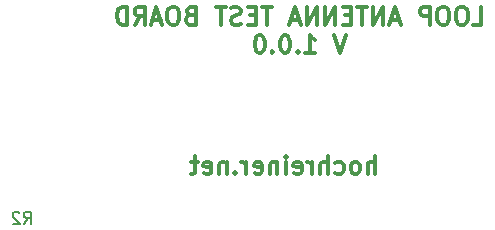
<source format=gbo>
G04 #@! TF.FileFunction,Legend,Bot*
%FSLAX46Y46*%
G04 Gerber Fmt 4.6, Leading zero omitted, Abs format (unit mm)*
G04 Created by KiCad (PCBNEW 4.0.2-1.fc23-product) date Sun May  8 20:09:54 2016*
%MOMM*%
G01*
G04 APERTURE LIST*
%ADD10C,0.100000*%
%ADD11C,0.300000*%
%ADD12C,0.150000*%
G04 APERTURE END LIST*
D10*
D11*
X173428571Y-113778571D02*
X174142857Y-113778571D01*
X174142857Y-112278571D01*
X172642857Y-112278571D02*
X172357143Y-112278571D01*
X172214285Y-112350000D01*
X172071428Y-112492857D01*
X172000000Y-112778571D01*
X172000000Y-113278571D01*
X172071428Y-113564286D01*
X172214285Y-113707143D01*
X172357143Y-113778571D01*
X172642857Y-113778571D01*
X172785714Y-113707143D01*
X172928571Y-113564286D01*
X173000000Y-113278571D01*
X173000000Y-112778571D01*
X172928571Y-112492857D01*
X172785714Y-112350000D01*
X172642857Y-112278571D01*
X171071428Y-112278571D02*
X170785714Y-112278571D01*
X170642856Y-112350000D01*
X170499999Y-112492857D01*
X170428571Y-112778571D01*
X170428571Y-113278571D01*
X170499999Y-113564286D01*
X170642856Y-113707143D01*
X170785714Y-113778571D01*
X171071428Y-113778571D01*
X171214285Y-113707143D01*
X171357142Y-113564286D01*
X171428571Y-113278571D01*
X171428571Y-112778571D01*
X171357142Y-112492857D01*
X171214285Y-112350000D01*
X171071428Y-112278571D01*
X169785713Y-113778571D02*
X169785713Y-112278571D01*
X169214285Y-112278571D01*
X169071427Y-112350000D01*
X168999999Y-112421429D01*
X168928570Y-112564286D01*
X168928570Y-112778571D01*
X168999999Y-112921429D01*
X169071427Y-112992857D01*
X169214285Y-113064286D01*
X169785713Y-113064286D01*
X167214285Y-113350000D02*
X166499999Y-113350000D01*
X167357142Y-113778571D02*
X166857142Y-112278571D01*
X166357142Y-113778571D01*
X165857142Y-113778571D02*
X165857142Y-112278571D01*
X164999999Y-113778571D01*
X164999999Y-112278571D01*
X164499999Y-112278571D02*
X163642856Y-112278571D01*
X164071427Y-113778571D02*
X164071427Y-112278571D01*
X163142856Y-112992857D02*
X162642856Y-112992857D01*
X162428570Y-113778571D02*
X163142856Y-113778571D01*
X163142856Y-112278571D01*
X162428570Y-112278571D01*
X161785713Y-113778571D02*
X161785713Y-112278571D01*
X160928570Y-113778571D01*
X160928570Y-112278571D01*
X160214284Y-113778571D02*
X160214284Y-112278571D01*
X159357141Y-113778571D01*
X159357141Y-112278571D01*
X158714284Y-113350000D02*
X157999998Y-113350000D01*
X158857141Y-113778571D02*
X158357141Y-112278571D01*
X157857141Y-113778571D01*
X156428570Y-112278571D02*
X155571427Y-112278571D01*
X155999998Y-113778571D02*
X155999998Y-112278571D01*
X155071427Y-112992857D02*
X154571427Y-112992857D01*
X154357141Y-113778571D02*
X155071427Y-113778571D01*
X155071427Y-112278571D01*
X154357141Y-112278571D01*
X153785713Y-113707143D02*
X153571427Y-113778571D01*
X153214284Y-113778571D01*
X153071427Y-113707143D01*
X152999998Y-113635714D01*
X152928570Y-113492857D01*
X152928570Y-113350000D01*
X152999998Y-113207143D01*
X153071427Y-113135714D01*
X153214284Y-113064286D01*
X153499998Y-112992857D01*
X153642856Y-112921429D01*
X153714284Y-112850000D01*
X153785713Y-112707143D01*
X153785713Y-112564286D01*
X153714284Y-112421429D01*
X153642856Y-112350000D01*
X153499998Y-112278571D01*
X153142856Y-112278571D01*
X152928570Y-112350000D01*
X152499999Y-112278571D02*
X151642856Y-112278571D01*
X152071427Y-113778571D02*
X152071427Y-112278571D01*
X149499999Y-112992857D02*
X149285713Y-113064286D01*
X149214285Y-113135714D01*
X149142856Y-113278571D01*
X149142856Y-113492857D01*
X149214285Y-113635714D01*
X149285713Y-113707143D01*
X149428571Y-113778571D01*
X149999999Y-113778571D01*
X149999999Y-112278571D01*
X149499999Y-112278571D01*
X149357142Y-112350000D01*
X149285713Y-112421429D01*
X149214285Y-112564286D01*
X149214285Y-112707143D01*
X149285713Y-112850000D01*
X149357142Y-112921429D01*
X149499999Y-112992857D01*
X149999999Y-112992857D01*
X148214285Y-112278571D02*
X147928571Y-112278571D01*
X147785713Y-112350000D01*
X147642856Y-112492857D01*
X147571428Y-112778571D01*
X147571428Y-113278571D01*
X147642856Y-113564286D01*
X147785713Y-113707143D01*
X147928571Y-113778571D01*
X148214285Y-113778571D01*
X148357142Y-113707143D01*
X148499999Y-113564286D01*
X148571428Y-113278571D01*
X148571428Y-112778571D01*
X148499999Y-112492857D01*
X148357142Y-112350000D01*
X148214285Y-112278571D01*
X146999999Y-113350000D02*
X146285713Y-113350000D01*
X147142856Y-113778571D02*
X146642856Y-112278571D01*
X146142856Y-113778571D01*
X144785713Y-113778571D02*
X145285713Y-113064286D01*
X145642856Y-113778571D02*
X145642856Y-112278571D01*
X145071428Y-112278571D01*
X144928570Y-112350000D01*
X144857142Y-112421429D01*
X144785713Y-112564286D01*
X144785713Y-112778571D01*
X144857142Y-112921429D01*
X144928570Y-112992857D01*
X145071428Y-113064286D01*
X145642856Y-113064286D01*
X144142856Y-113778571D02*
X144142856Y-112278571D01*
X143785713Y-112278571D01*
X143571428Y-112350000D01*
X143428570Y-112492857D01*
X143357142Y-112635714D01*
X143285713Y-112921429D01*
X143285713Y-113135714D01*
X143357142Y-113421429D01*
X143428570Y-113564286D01*
X143571428Y-113707143D01*
X143785713Y-113778571D01*
X144142856Y-113778571D01*
X162678571Y-114678571D02*
X162178571Y-116178571D01*
X161678571Y-114678571D01*
X159250000Y-116178571D02*
X160107143Y-116178571D01*
X159678571Y-116178571D02*
X159678571Y-114678571D01*
X159821428Y-114892857D01*
X159964286Y-115035714D01*
X160107143Y-115107143D01*
X158607143Y-116035714D02*
X158535715Y-116107143D01*
X158607143Y-116178571D01*
X158678572Y-116107143D01*
X158607143Y-116035714D01*
X158607143Y-116178571D01*
X157607143Y-114678571D02*
X157464286Y-114678571D01*
X157321429Y-114750000D01*
X157250000Y-114821429D01*
X157178571Y-114964286D01*
X157107143Y-115250000D01*
X157107143Y-115607143D01*
X157178571Y-115892857D01*
X157250000Y-116035714D01*
X157321429Y-116107143D01*
X157464286Y-116178571D01*
X157607143Y-116178571D01*
X157750000Y-116107143D01*
X157821429Y-116035714D01*
X157892857Y-115892857D01*
X157964286Y-115607143D01*
X157964286Y-115250000D01*
X157892857Y-114964286D01*
X157821429Y-114821429D01*
X157750000Y-114750000D01*
X157607143Y-114678571D01*
X156464286Y-116035714D02*
X156392858Y-116107143D01*
X156464286Y-116178571D01*
X156535715Y-116107143D01*
X156464286Y-116035714D01*
X156464286Y-116178571D01*
X155464286Y-114678571D02*
X155321429Y-114678571D01*
X155178572Y-114750000D01*
X155107143Y-114821429D01*
X155035714Y-114964286D01*
X154964286Y-115250000D01*
X154964286Y-115607143D01*
X155035714Y-115892857D01*
X155107143Y-116035714D01*
X155178572Y-116107143D01*
X155321429Y-116178571D01*
X155464286Y-116178571D01*
X155607143Y-116107143D01*
X155678572Y-116035714D01*
X155750000Y-115892857D01*
X155821429Y-115607143D01*
X155821429Y-115250000D01*
X155750000Y-114964286D01*
X155678572Y-114821429D01*
X155607143Y-114750000D01*
X155464286Y-114678571D01*
X165158571Y-126408571D02*
X165158571Y-124908571D01*
X164515714Y-126408571D02*
X164515714Y-125622857D01*
X164587143Y-125480000D01*
X164730000Y-125408571D01*
X164944285Y-125408571D01*
X165087143Y-125480000D01*
X165158571Y-125551429D01*
X163587142Y-126408571D02*
X163730000Y-126337143D01*
X163801428Y-126265714D01*
X163872857Y-126122857D01*
X163872857Y-125694286D01*
X163801428Y-125551429D01*
X163730000Y-125480000D01*
X163587142Y-125408571D01*
X163372857Y-125408571D01*
X163230000Y-125480000D01*
X163158571Y-125551429D01*
X163087142Y-125694286D01*
X163087142Y-126122857D01*
X163158571Y-126265714D01*
X163230000Y-126337143D01*
X163372857Y-126408571D01*
X163587142Y-126408571D01*
X161801428Y-126337143D02*
X161944285Y-126408571D01*
X162229999Y-126408571D01*
X162372857Y-126337143D01*
X162444285Y-126265714D01*
X162515714Y-126122857D01*
X162515714Y-125694286D01*
X162444285Y-125551429D01*
X162372857Y-125480000D01*
X162229999Y-125408571D01*
X161944285Y-125408571D01*
X161801428Y-125480000D01*
X161158571Y-126408571D02*
X161158571Y-124908571D01*
X160515714Y-126408571D02*
X160515714Y-125622857D01*
X160587143Y-125480000D01*
X160730000Y-125408571D01*
X160944285Y-125408571D01*
X161087143Y-125480000D01*
X161158571Y-125551429D01*
X159801428Y-126408571D02*
X159801428Y-125408571D01*
X159801428Y-125694286D02*
X159730000Y-125551429D01*
X159658571Y-125480000D01*
X159515714Y-125408571D01*
X159372857Y-125408571D01*
X158301429Y-126337143D02*
X158444286Y-126408571D01*
X158730000Y-126408571D01*
X158872857Y-126337143D01*
X158944286Y-126194286D01*
X158944286Y-125622857D01*
X158872857Y-125480000D01*
X158730000Y-125408571D01*
X158444286Y-125408571D01*
X158301429Y-125480000D01*
X158230000Y-125622857D01*
X158230000Y-125765714D01*
X158944286Y-125908571D01*
X157587143Y-126408571D02*
X157587143Y-125408571D01*
X157587143Y-124908571D02*
X157658572Y-124980000D01*
X157587143Y-125051429D01*
X157515715Y-124980000D01*
X157587143Y-124908571D01*
X157587143Y-125051429D01*
X156872857Y-125408571D02*
X156872857Y-126408571D01*
X156872857Y-125551429D02*
X156801429Y-125480000D01*
X156658571Y-125408571D01*
X156444286Y-125408571D01*
X156301429Y-125480000D01*
X156230000Y-125622857D01*
X156230000Y-126408571D01*
X154944286Y-126337143D02*
X155087143Y-126408571D01*
X155372857Y-126408571D01*
X155515714Y-126337143D01*
X155587143Y-126194286D01*
X155587143Y-125622857D01*
X155515714Y-125480000D01*
X155372857Y-125408571D01*
X155087143Y-125408571D01*
X154944286Y-125480000D01*
X154872857Y-125622857D01*
X154872857Y-125765714D01*
X155587143Y-125908571D01*
X154230000Y-126408571D02*
X154230000Y-125408571D01*
X154230000Y-125694286D02*
X154158572Y-125551429D01*
X154087143Y-125480000D01*
X153944286Y-125408571D01*
X153801429Y-125408571D01*
X153301429Y-126265714D02*
X153230001Y-126337143D01*
X153301429Y-126408571D01*
X153372858Y-126337143D01*
X153301429Y-126265714D01*
X153301429Y-126408571D01*
X152587143Y-125408571D02*
X152587143Y-126408571D01*
X152587143Y-125551429D02*
X152515715Y-125480000D01*
X152372857Y-125408571D01*
X152158572Y-125408571D01*
X152015715Y-125480000D01*
X151944286Y-125622857D01*
X151944286Y-126408571D01*
X150658572Y-126337143D02*
X150801429Y-126408571D01*
X151087143Y-126408571D01*
X151230000Y-126337143D01*
X151301429Y-126194286D01*
X151301429Y-125622857D01*
X151230000Y-125480000D01*
X151087143Y-125408571D01*
X150801429Y-125408571D01*
X150658572Y-125480000D01*
X150587143Y-125622857D01*
X150587143Y-125765714D01*
X151301429Y-125908571D01*
X150158572Y-125408571D02*
X149587143Y-125408571D01*
X149944286Y-124908571D02*
X149944286Y-126194286D01*
X149872858Y-126337143D01*
X149730000Y-126408571D01*
X149587143Y-126408571D01*
D12*
X135421666Y-130627381D02*
X135755000Y-130151190D01*
X135993095Y-130627381D02*
X135993095Y-129627381D01*
X135612142Y-129627381D01*
X135516904Y-129675000D01*
X135469285Y-129722619D01*
X135421666Y-129817857D01*
X135421666Y-129960714D01*
X135469285Y-130055952D01*
X135516904Y-130103571D01*
X135612142Y-130151190D01*
X135993095Y-130151190D01*
X135040714Y-129722619D02*
X134993095Y-129675000D01*
X134897857Y-129627381D01*
X134659761Y-129627381D01*
X134564523Y-129675000D01*
X134516904Y-129722619D01*
X134469285Y-129817857D01*
X134469285Y-129913095D01*
X134516904Y-130055952D01*
X135088333Y-130627381D01*
X134469285Y-130627381D01*
M02*

</source>
